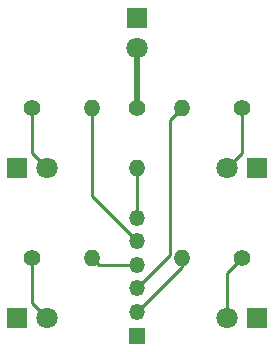
<source format=gbr>
%TF.GenerationSoftware,KiCad,Pcbnew,7.0.8*%
%TF.CreationDate,2023-11-19T13:08:37-05:00*%
%TF.ProjectId,Light Pcb,4c696768-7420-4506-9362-2e6b69636164,rev?*%
%TF.SameCoordinates,Original*%
%TF.FileFunction,Copper,L1,Top*%
%TF.FilePolarity,Positive*%
%FSLAX46Y46*%
G04 Gerber Fmt 4.6, Leading zero omitted, Abs format (unit mm)*
G04 Created by KiCad (PCBNEW 7.0.8) date 2023-11-19 13:08:37*
%MOMM*%
%LPD*%
G01*
G04 APERTURE LIST*
%TA.AperFunction,ComponentPad*%
%ADD10R,1.350000X1.350000*%
%TD*%
%TA.AperFunction,ComponentPad*%
%ADD11O,1.350000X1.350000*%
%TD*%
%TA.AperFunction,ComponentPad*%
%ADD12C,1.400000*%
%TD*%
%TA.AperFunction,ComponentPad*%
%ADD13O,1.400000X1.400000*%
%TD*%
%TA.AperFunction,ComponentPad*%
%ADD14R,1.800000X1.800000*%
%TD*%
%TA.AperFunction,ComponentPad*%
%ADD15C,1.800000*%
%TD*%
%TA.AperFunction,Conductor*%
%ADD16C,0.250000*%
%TD*%
%TA.AperFunction,Conductor*%
%ADD17C,0.500000*%
%TD*%
G04 APERTURE END LIST*
D10*
%TO.P,J1,1,Pin_1*%
%TO.N,Net-(D1-K)*%
X101600000Y-77660000D03*
D11*
%TO.P,J1,2,Pin_2*%
%TO.N,Net-(J1-Pin_2)*%
X101600000Y-75660000D03*
%TO.P,J1,3,Pin_3*%
%TO.N,Net-(J1-Pin_3)*%
X101600000Y-73660000D03*
%TO.P,J1,4,Pin_4*%
%TO.N,Net-(J1-Pin_4)*%
X101600000Y-71660000D03*
%TO.P,J1,5,Pin_5*%
%TO.N,Net-(J1-Pin_5)*%
X101600000Y-69660000D03*
%TO.P,J1,6,Pin_6*%
%TO.N,Net-(J1-Pin_6)*%
X101600000Y-67660000D03*
%TD*%
D12*
%TO.P,R5,1*%
%TO.N,Net-(D5-A)*%
X110490000Y-58420000D03*
D13*
%TO.P,R5,2*%
%TO.N,Net-(J1-Pin_3)*%
X105410000Y-58420000D03*
%TD*%
D12*
%TO.P,R4,1*%
%TO.N,Net-(D4-A)*%
X110490000Y-71120000D03*
D13*
%TO.P,R4,2*%
%TO.N,Net-(J1-Pin_2)*%
X105410000Y-71120000D03*
%TD*%
D12*
%TO.P,R3,1*%
%TO.N,Net-(D3-A)*%
X92710000Y-71120000D03*
D13*
%TO.P,R3,2*%
%TO.N,Net-(J1-Pin_4)*%
X97790000Y-71120000D03*
%TD*%
%TO.P,R2,2*%
%TO.N,Net-(J1-Pin_5)*%
X97790000Y-58420000D03*
D12*
%TO.P,R2,1*%
%TO.N,Net-(D2-A)*%
X92710000Y-58420000D03*
%TD*%
%TO.P,R1,1*%
%TO.N,Net-(D1-A)*%
X101600000Y-58420000D03*
D13*
%TO.P,R1,2*%
%TO.N,Net-(J1-Pin_6)*%
X101600000Y-63500000D03*
%TD*%
D14*
%TO.P,D5,1,K*%
%TO.N,Net-(D1-K)*%
X111760000Y-63500000D03*
D15*
%TO.P,D5,2,A*%
%TO.N,Net-(D5-A)*%
X109220000Y-63500000D03*
%TD*%
D14*
%TO.P,D4,1,K*%
%TO.N,Net-(D1-K)*%
X111760000Y-76200000D03*
D15*
%TO.P,D4,2,A*%
%TO.N,Net-(D4-A)*%
X109220000Y-76200000D03*
%TD*%
D14*
%TO.P,D3,1,K*%
%TO.N,Net-(D1-K)*%
X91440000Y-76200000D03*
D15*
%TO.P,D3,2,A*%
%TO.N,Net-(D3-A)*%
X93980000Y-76200000D03*
%TD*%
D14*
%TO.P,D2,1,K*%
%TO.N,Net-(D1-K)*%
X91440000Y-63500000D03*
D15*
%TO.P,D2,2,A*%
%TO.N,Net-(D2-A)*%
X93980000Y-63500000D03*
%TD*%
D14*
%TO.P,D1,1,K*%
%TO.N,Net-(D1-K)*%
X101600000Y-50800000D03*
D15*
%TO.P,D1,2,A*%
%TO.N,Net-(D1-A)*%
X101600000Y-53340000D03*
%TD*%
D16*
%TO.N,Net-(J1-Pin_6)*%
X101600000Y-63500000D02*
X101600000Y-67660000D01*
%TO.N,Net-(D5-A)*%
X110490000Y-62230000D02*
X110490000Y-58420000D01*
X109220000Y-63500000D02*
X110490000Y-62230000D01*
%TO.N,Net-(D2-A)*%
X92710000Y-62230000D02*
X92710000Y-58420000D01*
X93980000Y-63500000D02*
X92710000Y-62230000D01*
%TO.N,Net-(D3-A)*%
X92710000Y-74930000D02*
X92710000Y-71120000D01*
X93980000Y-76200000D02*
X92710000Y-74930000D01*
%TO.N,Net-(D4-A)*%
X109220000Y-72390000D02*
X109220000Y-76200000D01*
X110490000Y-71120000D02*
X109220000Y-72390000D01*
%TO.N,Net-(J1-Pin_2)*%
X105410000Y-71850000D02*
X105410000Y-71120000D01*
X101600000Y-75660000D02*
X105410000Y-71850000D01*
%TO.N,Net-(J1-Pin_3)*%
X104385000Y-59445000D02*
X105410000Y-58420000D01*
X104385000Y-70875000D02*
X104385000Y-59445000D01*
X101600000Y-73660000D02*
X104385000Y-70875000D01*
%TO.N,Net-(J1-Pin_4)*%
X98330000Y-71660000D02*
X97790000Y-71120000D01*
X101600000Y-71660000D02*
X98330000Y-71660000D01*
%TO.N,Net-(J1-Pin_5)*%
X97790000Y-65850000D02*
X101600000Y-69660000D01*
X97790000Y-58420000D02*
X97790000Y-65850000D01*
D17*
%TO.N,Net-(D1-A)*%
X101600000Y-53340000D02*
X101600000Y-58420000D01*
%TD*%
M02*

</source>
